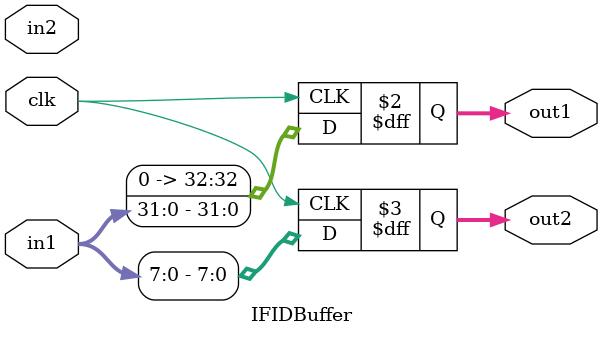
<source format=v>
`timescale 1ns / 1ps


module IFIDBuffer(clk, in1, in2, out1, out2);
    //initialize variables
    input clk;
    input [31:0] in1;
    input [7:0] in2;
    output reg [32:0] out1;
    output reg [7:0] out2;
    
    //on positive edge of clock, pass inputs directly into outputs
    always@(posedge clk)
    begin
        out1=in1;
        out2=in1;
    end

endmodule
</source>
